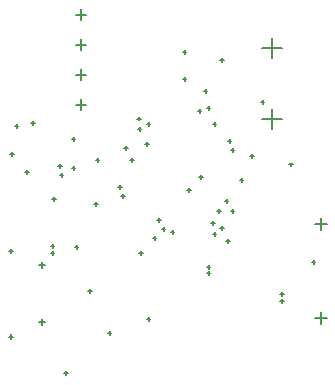
<source format=gbr>
%TF.GenerationSoftware,Altium Limited,Altium Designer,20.0.13 (296)*%
G04 Layer_Color=128*
%FSLAX25Y25*%
%MOIN*%
%TF.FileFunction,Drillmap*%
%TF.Part,Single*%
G01*
G75*
%TA.AperFunction,NonConductor*%
%ADD64C,0.00500*%
D64*
X26728Y101000D02*
X30272D01*
X28500Y99228D02*
Y102772D01*
X26728Y111000D02*
X30272D01*
X28500Y109228D02*
Y112772D01*
X26728Y121000D02*
X30272D01*
X28500Y119228D02*
Y122772D01*
X26728Y131000D02*
X30272D01*
X28500Y129228D02*
Y132772D01*
X106370Y61347D02*
X110307D01*
X108339Y59378D02*
Y63315D01*
X106370Y29850D02*
X110307D01*
X108339Y27882D02*
Y31819D01*
X14622Y28453D02*
X16590D01*
X15606Y27468D02*
Y29437D01*
X14622Y47547D02*
X16590D01*
X15606Y46563D02*
Y48531D01*
X4386Y23728D02*
X5961D01*
X5173Y22941D02*
Y24516D01*
X4386Y52272D02*
X5961D01*
X5173Y51484D02*
Y53059D01*
X74900Y60000D02*
X76100D01*
X75500Y59400D02*
Y60600D01*
X72400Y58000D02*
X73600D01*
X73000Y57400D02*
Y58600D01*
X76900Y55500D02*
X78100D01*
X77500Y54900D02*
Y56100D01*
X76400Y69000D02*
X77600D01*
X77000Y68400D02*
Y69600D01*
X73900Y65500D02*
X75100D01*
X74500Y64900D02*
Y66100D01*
X71900Y61500D02*
X73100D01*
X72500Y60900D02*
Y62100D01*
X78400Y65500D02*
X79600D01*
X79000Y64900D02*
Y66100D01*
X77400Y89000D02*
X78600D01*
X78000Y88400D02*
Y89600D01*
X74900Y116000D02*
X76100D01*
X75500Y115400D02*
Y116600D01*
X72400Y94500D02*
X73600D01*
X73000Y93900D02*
Y95100D01*
X25400Y89500D02*
X26600D01*
X26000Y88900D02*
Y90100D01*
X25400Y80000D02*
X26600D01*
X26000Y79400D02*
Y80600D01*
X55400Y59500D02*
X56600D01*
X56000Y58900D02*
Y60100D01*
X53900Y62500D02*
X55100D01*
X54500Y61900D02*
Y63100D01*
X11900Y95000D02*
X13100D01*
X12500Y94400D02*
Y95600D01*
X52400Y56500D02*
X53600D01*
X53000Y55900D02*
Y57100D01*
X42900Y86500D02*
X44100D01*
X43500Y85900D02*
Y87100D01*
X44900Y82500D02*
X46100D01*
X45500Y81900D02*
Y83100D01*
X22900Y11500D02*
X24100D01*
X23500Y10900D02*
Y12100D01*
X105400Y48500D02*
X106600D01*
X106000Y47900D02*
Y49100D01*
X97782Y81118D02*
X98982D01*
X98382Y80518D02*
Y81718D01*
X78400Y86000D02*
X79600D01*
X79000Y85400D02*
Y86600D01*
X62400Y109500D02*
X63600D01*
X63000Y108900D02*
Y110100D01*
X84900Y84000D02*
X86100D01*
X85500Y83400D02*
Y84600D01*
X49900Y88000D02*
X51100D01*
X50500Y87400D02*
Y88600D01*
X47400Y93000D02*
X48600D01*
X48000Y92400D02*
Y93600D01*
X33400Y82500D02*
X34600D01*
X34000Y81900D02*
Y83100D01*
X58400Y58500D02*
X59600D01*
X59000Y57900D02*
Y59100D01*
X81400Y76000D02*
X82600D01*
X82000Y75400D02*
Y76600D01*
X67400Y99000D02*
X68600D01*
X68000Y98400D02*
Y99600D01*
X62400Y118500D02*
X63600D01*
X63000Y117900D02*
Y119100D01*
X47300Y96400D02*
X48500D01*
X47900Y95800D02*
Y97000D01*
X18900Y69500D02*
X20100D01*
X19500Y68900D02*
Y70100D01*
X50400Y94500D02*
X51600D01*
X51000Y93900D02*
Y95100D01*
X6400Y94000D02*
X7600D01*
X7000Y93400D02*
Y94600D01*
X32900Y68000D02*
X34100D01*
X33500Y67400D02*
Y68600D01*
X69400Y105500D02*
X70600D01*
X70000Y104900D02*
Y106100D01*
X70400Y100000D02*
X71600D01*
X71000Y99400D02*
Y100600D01*
X88400Y102000D02*
X89600D01*
X89000Y101400D02*
Y102600D01*
X63900Y72500D02*
X65100D01*
X64500Y71900D02*
Y73100D01*
X67900Y77000D02*
X69100D01*
X68500Y76400D02*
Y77600D01*
X9900Y78500D02*
X11100D01*
X10500Y77900D02*
Y79100D01*
X20900Y80500D02*
X22100D01*
X21500Y79900D02*
Y81100D01*
X50400Y29500D02*
X51600D01*
X51000Y28900D02*
Y30100D01*
X18400Y54000D02*
X19600D01*
X19000Y53400D02*
Y54600D01*
X18400Y51500D02*
X19600D01*
X19000Y50900D02*
Y52100D01*
X21400Y77500D02*
X22600D01*
X22000Y76900D02*
Y78100D01*
X41900Y70500D02*
X43100D01*
X42500Y69900D02*
Y71100D01*
X40900Y73500D02*
X42100D01*
X41500Y72900D02*
Y74100D01*
X70400Y47000D02*
X71600D01*
X71000Y46400D02*
Y47600D01*
X70400Y45000D02*
X71600D01*
X71000Y44400D02*
Y45600D01*
X94900Y35500D02*
X96100D01*
X95500Y34900D02*
Y36100D01*
X94900Y38000D02*
X96100D01*
X95500Y37400D02*
Y38600D01*
X30900Y39000D02*
X32100D01*
X31500Y38400D02*
Y39600D01*
X26400Y53500D02*
X27600D01*
X27000Y52900D02*
Y54100D01*
X37400Y25000D02*
X38600D01*
X38000Y24400D02*
Y25600D01*
X88937Y96189D02*
X95630D01*
X92283Y92843D02*
Y99535D01*
X88937Y119811D02*
X95630D01*
X92283Y116465D02*
Y123158D01*
X47900Y51600D02*
X49100D01*
X48500Y51000D02*
Y52200D01*
X4900Y84500D02*
X6100D01*
X5500Y83900D02*
Y85100D01*
%TF.MD5,c02610b6e96f3559445677a63b806d49*%
M02*

</source>
